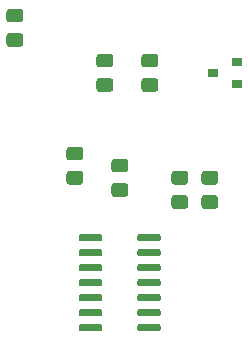
<source format=gbr>
G04 #@! TF.GenerationSoftware,KiCad,Pcbnew,5.1.5+dfsg1-2build2*
G04 #@! TF.CreationDate,2021-03-19T14:08:30-04:00*
G04 #@! TF.ProjectId,hawk,6861776b-2e6b-4696-9361-645f70636258,rev?*
G04 #@! TF.SameCoordinates,Original*
G04 #@! TF.FileFunction,Paste,Top*
G04 #@! TF.FilePolarity,Positive*
%FSLAX46Y46*%
G04 Gerber Fmt 4.6, Leading zero omitted, Abs format (unit mm)*
G04 Created by KiCad (PCBNEW 5.1.5+dfsg1-2build2) date 2021-03-19 14:08:30*
%MOMM*%
%LPD*%
G04 APERTURE LIST*
%ADD10C,0.100000*%
%ADD11R,0.900000X0.800000*%
G04 APERTURE END LIST*
D10*
G36*
X135094505Y-89351204D02*
G01*
X135118773Y-89354804D01*
X135142572Y-89360765D01*
X135165671Y-89369030D01*
X135187850Y-89379520D01*
X135208893Y-89392132D01*
X135228599Y-89406747D01*
X135246777Y-89423223D01*
X135263253Y-89441401D01*
X135277868Y-89461107D01*
X135290480Y-89482150D01*
X135300970Y-89504329D01*
X135309235Y-89527428D01*
X135315196Y-89551227D01*
X135318796Y-89575495D01*
X135320000Y-89599999D01*
X135320000Y-90250001D01*
X135318796Y-90274505D01*
X135315196Y-90298773D01*
X135309235Y-90322572D01*
X135300970Y-90345671D01*
X135290480Y-90367850D01*
X135277868Y-90388893D01*
X135263253Y-90408599D01*
X135246777Y-90426777D01*
X135228599Y-90443253D01*
X135208893Y-90457868D01*
X135187850Y-90470480D01*
X135165671Y-90480970D01*
X135142572Y-90489235D01*
X135118773Y-90495196D01*
X135094505Y-90498796D01*
X135070001Y-90500000D01*
X134169999Y-90500000D01*
X134145495Y-90498796D01*
X134121227Y-90495196D01*
X134097428Y-90489235D01*
X134074329Y-90480970D01*
X134052150Y-90470480D01*
X134031107Y-90457868D01*
X134011401Y-90443253D01*
X133993223Y-90426777D01*
X133976747Y-90408599D01*
X133962132Y-90388893D01*
X133949520Y-90367850D01*
X133939030Y-90345671D01*
X133930765Y-90322572D01*
X133924804Y-90298773D01*
X133921204Y-90274505D01*
X133920000Y-90250001D01*
X133920000Y-89599999D01*
X133921204Y-89575495D01*
X133924804Y-89551227D01*
X133930765Y-89527428D01*
X133939030Y-89504329D01*
X133949520Y-89482150D01*
X133962132Y-89461107D01*
X133976747Y-89441401D01*
X133993223Y-89423223D01*
X134011401Y-89406747D01*
X134031107Y-89392132D01*
X134052150Y-89379520D01*
X134074329Y-89369030D01*
X134097428Y-89360765D01*
X134121227Y-89354804D01*
X134145495Y-89351204D01*
X134169999Y-89350000D01*
X135070001Y-89350000D01*
X135094505Y-89351204D01*
G37*
G36*
X135094505Y-87301204D02*
G01*
X135118773Y-87304804D01*
X135142572Y-87310765D01*
X135165671Y-87319030D01*
X135187850Y-87329520D01*
X135208893Y-87342132D01*
X135228599Y-87356747D01*
X135246777Y-87373223D01*
X135263253Y-87391401D01*
X135277868Y-87411107D01*
X135290480Y-87432150D01*
X135300970Y-87454329D01*
X135309235Y-87477428D01*
X135315196Y-87501227D01*
X135318796Y-87525495D01*
X135320000Y-87549999D01*
X135320000Y-88200001D01*
X135318796Y-88224505D01*
X135315196Y-88248773D01*
X135309235Y-88272572D01*
X135300970Y-88295671D01*
X135290480Y-88317850D01*
X135277868Y-88338893D01*
X135263253Y-88358599D01*
X135246777Y-88376777D01*
X135228599Y-88393253D01*
X135208893Y-88407868D01*
X135187850Y-88420480D01*
X135165671Y-88430970D01*
X135142572Y-88439235D01*
X135118773Y-88445196D01*
X135094505Y-88448796D01*
X135070001Y-88450000D01*
X134169999Y-88450000D01*
X134145495Y-88448796D01*
X134121227Y-88445196D01*
X134097428Y-88439235D01*
X134074329Y-88430970D01*
X134052150Y-88420480D01*
X134031107Y-88407868D01*
X134011401Y-88393253D01*
X133993223Y-88376777D01*
X133976747Y-88358599D01*
X133962132Y-88338893D01*
X133949520Y-88317850D01*
X133939030Y-88295671D01*
X133930765Y-88272572D01*
X133924804Y-88248773D01*
X133921204Y-88224505D01*
X133920000Y-88200001D01*
X133920000Y-87549999D01*
X133921204Y-87525495D01*
X133924804Y-87501227D01*
X133930765Y-87477428D01*
X133939030Y-87454329D01*
X133949520Y-87432150D01*
X133962132Y-87411107D01*
X133976747Y-87391401D01*
X133993223Y-87373223D01*
X134011401Y-87356747D01*
X134031107Y-87342132D01*
X134052150Y-87329520D01*
X134074329Y-87319030D01*
X134097428Y-87310765D01*
X134121227Y-87304804D01*
X134145495Y-87301204D01*
X134169999Y-87300000D01*
X135070001Y-87300000D01*
X135094505Y-87301204D01*
G37*
G36*
X132554505Y-97216204D02*
G01*
X132578773Y-97219804D01*
X132602572Y-97225765D01*
X132625671Y-97234030D01*
X132647850Y-97244520D01*
X132668893Y-97257132D01*
X132688599Y-97271747D01*
X132706777Y-97288223D01*
X132723253Y-97306401D01*
X132737868Y-97326107D01*
X132750480Y-97347150D01*
X132760970Y-97369329D01*
X132769235Y-97392428D01*
X132775196Y-97416227D01*
X132778796Y-97440495D01*
X132780000Y-97464999D01*
X132780000Y-98115001D01*
X132778796Y-98139505D01*
X132775196Y-98163773D01*
X132769235Y-98187572D01*
X132760970Y-98210671D01*
X132750480Y-98232850D01*
X132737868Y-98253893D01*
X132723253Y-98273599D01*
X132706777Y-98291777D01*
X132688599Y-98308253D01*
X132668893Y-98322868D01*
X132647850Y-98335480D01*
X132625671Y-98345970D01*
X132602572Y-98354235D01*
X132578773Y-98360196D01*
X132554505Y-98363796D01*
X132530001Y-98365000D01*
X131629999Y-98365000D01*
X131605495Y-98363796D01*
X131581227Y-98360196D01*
X131557428Y-98354235D01*
X131534329Y-98345970D01*
X131512150Y-98335480D01*
X131491107Y-98322868D01*
X131471401Y-98308253D01*
X131453223Y-98291777D01*
X131436747Y-98273599D01*
X131422132Y-98253893D01*
X131409520Y-98232850D01*
X131399030Y-98210671D01*
X131390765Y-98187572D01*
X131384804Y-98163773D01*
X131381204Y-98139505D01*
X131380000Y-98115001D01*
X131380000Y-97464999D01*
X131381204Y-97440495D01*
X131384804Y-97416227D01*
X131390765Y-97392428D01*
X131399030Y-97369329D01*
X131409520Y-97347150D01*
X131422132Y-97326107D01*
X131436747Y-97306401D01*
X131453223Y-97288223D01*
X131471401Y-97271747D01*
X131491107Y-97257132D01*
X131512150Y-97244520D01*
X131534329Y-97234030D01*
X131557428Y-97225765D01*
X131581227Y-97219804D01*
X131605495Y-97216204D01*
X131629999Y-97215000D01*
X132530001Y-97215000D01*
X132554505Y-97216204D01*
G37*
G36*
X132554505Y-95166204D02*
G01*
X132578773Y-95169804D01*
X132602572Y-95175765D01*
X132625671Y-95184030D01*
X132647850Y-95194520D01*
X132668893Y-95207132D01*
X132688599Y-95221747D01*
X132706777Y-95238223D01*
X132723253Y-95256401D01*
X132737868Y-95276107D01*
X132750480Y-95297150D01*
X132760970Y-95319329D01*
X132769235Y-95342428D01*
X132775196Y-95366227D01*
X132778796Y-95390495D01*
X132780000Y-95414999D01*
X132780000Y-96065001D01*
X132778796Y-96089505D01*
X132775196Y-96113773D01*
X132769235Y-96137572D01*
X132760970Y-96160671D01*
X132750480Y-96182850D01*
X132737868Y-96203893D01*
X132723253Y-96223599D01*
X132706777Y-96241777D01*
X132688599Y-96258253D01*
X132668893Y-96272868D01*
X132647850Y-96285480D01*
X132625671Y-96295970D01*
X132602572Y-96304235D01*
X132578773Y-96310196D01*
X132554505Y-96313796D01*
X132530001Y-96315000D01*
X131629999Y-96315000D01*
X131605495Y-96313796D01*
X131581227Y-96310196D01*
X131557428Y-96304235D01*
X131534329Y-96295970D01*
X131512150Y-96285480D01*
X131491107Y-96272868D01*
X131471401Y-96258253D01*
X131453223Y-96241777D01*
X131436747Y-96223599D01*
X131422132Y-96203893D01*
X131409520Y-96182850D01*
X131399030Y-96160671D01*
X131390765Y-96137572D01*
X131384804Y-96113773D01*
X131381204Y-96089505D01*
X131380000Y-96065001D01*
X131380000Y-95414999D01*
X131381204Y-95390495D01*
X131384804Y-95366227D01*
X131390765Y-95342428D01*
X131399030Y-95319329D01*
X131409520Y-95297150D01*
X131422132Y-95276107D01*
X131436747Y-95256401D01*
X131453223Y-95238223D01*
X131471401Y-95221747D01*
X131491107Y-95207132D01*
X131512150Y-95194520D01*
X131534329Y-95184030D01*
X131557428Y-95175765D01*
X131581227Y-95169804D01*
X131605495Y-95166204D01*
X131629999Y-95165000D01*
X132530001Y-95165000D01*
X132554505Y-95166204D01*
G37*
G36*
X138904505Y-87301204D02*
G01*
X138928773Y-87304804D01*
X138952572Y-87310765D01*
X138975671Y-87319030D01*
X138997850Y-87329520D01*
X139018893Y-87342132D01*
X139038599Y-87356747D01*
X139056777Y-87373223D01*
X139073253Y-87391401D01*
X139087868Y-87411107D01*
X139100480Y-87432150D01*
X139110970Y-87454329D01*
X139119235Y-87477428D01*
X139125196Y-87501227D01*
X139128796Y-87525495D01*
X139130000Y-87549999D01*
X139130000Y-88200001D01*
X139128796Y-88224505D01*
X139125196Y-88248773D01*
X139119235Y-88272572D01*
X139110970Y-88295671D01*
X139100480Y-88317850D01*
X139087868Y-88338893D01*
X139073253Y-88358599D01*
X139056777Y-88376777D01*
X139038599Y-88393253D01*
X139018893Y-88407868D01*
X138997850Y-88420480D01*
X138975671Y-88430970D01*
X138952572Y-88439235D01*
X138928773Y-88445196D01*
X138904505Y-88448796D01*
X138880001Y-88450000D01*
X137979999Y-88450000D01*
X137955495Y-88448796D01*
X137931227Y-88445196D01*
X137907428Y-88439235D01*
X137884329Y-88430970D01*
X137862150Y-88420480D01*
X137841107Y-88407868D01*
X137821401Y-88393253D01*
X137803223Y-88376777D01*
X137786747Y-88358599D01*
X137772132Y-88338893D01*
X137759520Y-88317850D01*
X137749030Y-88295671D01*
X137740765Y-88272572D01*
X137734804Y-88248773D01*
X137731204Y-88224505D01*
X137730000Y-88200001D01*
X137730000Y-87549999D01*
X137731204Y-87525495D01*
X137734804Y-87501227D01*
X137740765Y-87477428D01*
X137749030Y-87454329D01*
X137759520Y-87432150D01*
X137772132Y-87411107D01*
X137786747Y-87391401D01*
X137803223Y-87373223D01*
X137821401Y-87356747D01*
X137841107Y-87342132D01*
X137862150Y-87329520D01*
X137884329Y-87319030D01*
X137907428Y-87310765D01*
X137931227Y-87304804D01*
X137955495Y-87301204D01*
X137979999Y-87300000D01*
X138880001Y-87300000D01*
X138904505Y-87301204D01*
G37*
G36*
X138904505Y-89351204D02*
G01*
X138928773Y-89354804D01*
X138952572Y-89360765D01*
X138975671Y-89369030D01*
X138997850Y-89379520D01*
X139018893Y-89392132D01*
X139038599Y-89406747D01*
X139056777Y-89423223D01*
X139073253Y-89441401D01*
X139087868Y-89461107D01*
X139100480Y-89482150D01*
X139110970Y-89504329D01*
X139119235Y-89527428D01*
X139125196Y-89551227D01*
X139128796Y-89575495D01*
X139130000Y-89599999D01*
X139130000Y-90250001D01*
X139128796Y-90274505D01*
X139125196Y-90298773D01*
X139119235Y-90322572D01*
X139110970Y-90345671D01*
X139100480Y-90367850D01*
X139087868Y-90388893D01*
X139073253Y-90408599D01*
X139056777Y-90426777D01*
X139038599Y-90443253D01*
X139018893Y-90457868D01*
X138997850Y-90470480D01*
X138975671Y-90480970D01*
X138952572Y-90489235D01*
X138928773Y-90495196D01*
X138904505Y-90498796D01*
X138880001Y-90500000D01*
X137979999Y-90500000D01*
X137955495Y-90498796D01*
X137931227Y-90495196D01*
X137907428Y-90489235D01*
X137884329Y-90480970D01*
X137862150Y-90470480D01*
X137841107Y-90457868D01*
X137821401Y-90443253D01*
X137803223Y-90426777D01*
X137786747Y-90408599D01*
X137772132Y-90388893D01*
X137759520Y-90367850D01*
X137749030Y-90345671D01*
X137740765Y-90322572D01*
X137734804Y-90298773D01*
X137731204Y-90274505D01*
X137730000Y-90250001D01*
X137730000Y-89599999D01*
X137731204Y-89575495D01*
X137734804Y-89551227D01*
X137740765Y-89527428D01*
X137749030Y-89504329D01*
X137759520Y-89482150D01*
X137772132Y-89461107D01*
X137786747Y-89441401D01*
X137803223Y-89423223D01*
X137821401Y-89406747D01*
X137841107Y-89392132D01*
X137862150Y-89379520D01*
X137884329Y-89369030D01*
X137907428Y-89360765D01*
X137931227Y-89354804D01*
X137955495Y-89351204D01*
X137979999Y-89350000D01*
X138880001Y-89350000D01*
X138904505Y-89351204D01*
G37*
G36*
X141444505Y-97216204D02*
G01*
X141468773Y-97219804D01*
X141492572Y-97225765D01*
X141515671Y-97234030D01*
X141537850Y-97244520D01*
X141558893Y-97257132D01*
X141578599Y-97271747D01*
X141596777Y-97288223D01*
X141613253Y-97306401D01*
X141627868Y-97326107D01*
X141640480Y-97347150D01*
X141650970Y-97369329D01*
X141659235Y-97392428D01*
X141665196Y-97416227D01*
X141668796Y-97440495D01*
X141670000Y-97464999D01*
X141670000Y-98115001D01*
X141668796Y-98139505D01*
X141665196Y-98163773D01*
X141659235Y-98187572D01*
X141650970Y-98210671D01*
X141640480Y-98232850D01*
X141627868Y-98253893D01*
X141613253Y-98273599D01*
X141596777Y-98291777D01*
X141578599Y-98308253D01*
X141558893Y-98322868D01*
X141537850Y-98335480D01*
X141515671Y-98345970D01*
X141492572Y-98354235D01*
X141468773Y-98360196D01*
X141444505Y-98363796D01*
X141420001Y-98365000D01*
X140519999Y-98365000D01*
X140495495Y-98363796D01*
X140471227Y-98360196D01*
X140447428Y-98354235D01*
X140424329Y-98345970D01*
X140402150Y-98335480D01*
X140381107Y-98322868D01*
X140361401Y-98308253D01*
X140343223Y-98291777D01*
X140326747Y-98273599D01*
X140312132Y-98253893D01*
X140299520Y-98232850D01*
X140289030Y-98210671D01*
X140280765Y-98187572D01*
X140274804Y-98163773D01*
X140271204Y-98139505D01*
X140270000Y-98115001D01*
X140270000Y-97464999D01*
X140271204Y-97440495D01*
X140274804Y-97416227D01*
X140280765Y-97392428D01*
X140289030Y-97369329D01*
X140299520Y-97347150D01*
X140312132Y-97326107D01*
X140326747Y-97306401D01*
X140343223Y-97288223D01*
X140361401Y-97271747D01*
X140381107Y-97257132D01*
X140402150Y-97244520D01*
X140424329Y-97234030D01*
X140447428Y-97225765D01*
X140471227Y-97219804D01*
X140495495Y-97216204D01*
X140519999Y-97215000D01*
X141420001Y-97215000D01*
X141444505Y-97216204D01*
G37*
G36*
X141444505Y-99266204D02*
G01*
X141468773Y-99269804D01*
X141492572Y-99275765D01*
X141515671Y-99284030D01*
X141537850Y-99294520D01*
X141558893Y-99307132D01*
X141578599Y-99321747D01*
X141596777Y-99338223D01*
X141613253Y-99356401D01*
X141627868Y-99376107D01*
X141640480Y-99397150D01*
X141650970Y-99419329D01*
X141659235Y-99442428D01*
X141665196Y-99466227D01*
X141668796Y-99490495D01*
X141670000Y-99514999D01*
X141670000Y-100165001D01*
X141668796Y-100189505D01*
X141665196Y-100213773D01*
X141659235Y-100237572D01*
X141650970Y-100260671D01*
X141640480Y-100282850D01*
X141627868Y-100303893D01*
X141613253Y-100323599D01*
X141596777Y-100341777D01*
X141578599Y-100358253D01*
X141558893Y-100372868D01*
X141537850Y-100385480D01*
X141515671Y-100395970D01*
X141492572Y-100404235D01*
X141468773Y-100410196D01*
X141444505Y-100413796D01*
X141420001Y-100415000D01*
X140519999Y-100415000D01*
X140495495Y-100413796D01*
X140471227Y-100410196D01*
X140447428Y-100404235D01*
X140424329Y-100395970D01*
X140402150Y-100385480D01*
X140381107Y-100372868D01*
X140361401Y-100358253D01*
X140343223Y-100341777D01*
X140326747Y-100323599D01*
X140312132Y-100303893D01*
X140299520Y-100282850D01*
X140289030Y-100260671D01*
X140280765Y-100237572D01*
X140274804Y-100213773D01*
X140271204Y-100189505D01*
X140270000Y-100165001D01*
X140270000Y-99514999D01*
X140271204Y-99490495D01*
X140274804Y-99466227D01*
X140280765Y-99442428D01*
X140289030Y-99419329D01*
X140299520Y-99397150D01*
X140312132Y-99376107D01*
X140326747Y-99356401D01*
X140343223Y-99338223D01*
X140361401Y-99321747D01*
X140381107Y-99307132D01*
X140402150Y-99294520D01*
X140424329Y-99284030D01*
X140447428Y-99275765D01*
X140471227Y-99269804D01*
X140495495Y-99266204D01*
X140519999Y-99265000D01*
X141420001Y-99265000D01*
X141444505Y-99266204D01*
G37*
G36*
X127474505Y-85541204D02*
G01*
X127498773Y-85544804D01*
X127522572Y-85550765D01*
X127545671Y-85559030D01*
X127567850Y-85569520D01*
X127588893Y-85582132D01*
X127608599Y-85596747D01*
X127626777Y-85613223D01*
X127643253Y-85631401D01*
X127657868Y-85651107D01*
X127670480Y-85672150D01*
X127680970Y-85694329D01*
X127689235Y-85717428D01*
X127695196Y-85741227D01*
X127698796Y-85765495D01*
X127700000Y-85789999D01*
X127700000Y-86440001D01*
X127698796Y-86464505D01*
X127695196Y-86488773D01*
X127689235Y-86512572D01*
X127680970Y-86535671D01*
X127670480Y-86557850D01*
X127657868Y-86578893D01*
X127643253Y-86598599D01*
X127626777Y-86616777D01*
X127608599Y-86633253D01*
X127588893Y-86647868D01*
X127567850Y-86660480D01*
X127545671Y-86670970D01*
X127522572Y-86679235D01*
X127498773Y-86685196D01*
X127474505Y-86688796D01*
X127450001Y-86690000D01*
X126549999Y-86690000D01*
X126525495Y-86688796D01*
X126501227Y-86685196D01*
X126477428Y-86679235D01*
X126454329Y-86670970D01*
X126432150Y-86660480D01*
X126411107Y-86647868D01*
X126391401Y-86633253D01*
X126373223Y-86616777D01*
X126356747Y-86598599D01*
X126342132Y-86578893D01*
X126329520Y-86557850D01*
X126319030Y-86535671D01*
X126310765Y-86512572D01*
X126304804Y-86488773D01*
X126301204Y-86464505D01*
X126300000Y-86440001D01*
X126300000Y-85789999D01*
X126301204Y-85765495D01*
X126304804Y-85741227D01*
X126310765Y-85717428D01*
X126319030Y-85694329D01*
X126329520Y-85672150D01*
X126342132Y-85651107D01*
X126356747Y-85631401D01*
X126373223Y-85613223D01*
X126391401Y-85596747D01*
X126411107Y-85582132D01*
X126432150Y-85569520D01*
X126454329Y-85559030D01*
X126477428Y-85550765D01*
X126501227Y-85544804D01*
X126525495Y-85541204D01*
X126549999Y-85540000D01*
X127450001Y-85540000D01*
X127474505Y-85541204D01*
G37*
G36*
X127474505Y-83491204D02*
G01*
X127498773Y-83494804D01*
X127522572Y-83500765D01*
X127545671Y-83509030D01*
X127567850Y-83519520D01*
X127588893Y-83532132D01*
X127608599Y-83546747D01*
X127626777Y-83563223D01*
X127643253Y-83581401D01*
X127657868Y-83601107D01*
X127670480Y-83622150D01*
X127680970Y-83644329D01*
X127689235Y-83667428D01*
X127695196Y-83691227D01*
X127698796Y-83715495D01*
X127700000Y-83739999D01*
X127700000Y-84390001D01*
X127698796Y-84414505D01*
X127695196Y-84438773D01*
X127689235Y-84462572D01*
X127680970Y-84485671D01*
X127670480Y-84507850D01*
X127657868Y-84528893D01*
X127643253Y-84548599D01*
X127626777Y-84566777D01*
X127608599Y-84583253D01*
X127588893Y-84597868D01*
X127567850Y-84610480D01*
X127545671Y-84620970D01*
X127522572Y-84629235D01*
X127498773Y-84635196D01*
X127474505Y-84638796D01*
X127450001Y-84640000D01*
X126549999Y-84640000D01*
X126525495Y-84638796D01*
X126501227Y-84635196D01*
X126477428Y-84629235D01*
X126454329Y-84620970D01*
X126432150Y-84610480D01*
X126411107Y-84597868D01*
X126391401Y-84583253D01*
X126373223Y-84566777D01*
X126356747Y-84548599D01*
X126342132Y-84528893D01*
X126329520Y-84507850D01*
X126319030Y-84485671D01*
X126310765Y-84462572D01*
X126304804Y-84438773D01*
X126301204Y-84414505D01*
X126300000Y-84390001D01*
X126300000Y-83739999D01*
X126301204Y-83715495D01*
X126304804Y-83691227D01*
X126310765Y-83667428D01*
X126319030Y-83644329D01*
X126329520Y-83622150D01*
X126342132Y-83601107D01*
X126356747Y-83581401D01*
X126373223Y-83563223D01*
X126391401Y-83546747D01*
X126411107Y-83532132D01*
X126432150Y-83519520D01*
X126454329Y-83509030D01*
X126477428Y-83500765D01*
X126501227Y-83494804D01*
X126525495Y-83491204D01*
X126549999Y-83490000D01*
X127450001Y-83490000D01*
X127474505Y-83491204D01*
G37*
G36*
X143984505Y-97216204D02*
G01*
X144008773Y-97219804D01*
X144032572Y-97225765D01*
X144055671Y-97234030D01*
X144077850Y-97244520D01*
X144098893Y-97257132D01*
X144118599Y-97271747D01*
X144136777Y-97288223D01*
X144153253Y-97306401D01*
X144167868Y-97326107D01*
X144180480Y-97347150D01*
X144190970Y-97369329D01*
X144199235Y-97392428D01*
X144205196Y-97416227D01*
X144208796Y-97440495D01*
X144210000Y-97464999D01*
X144210000Y-98115001D01*
X144208796Y-98139505D01*
X144205196Y-98163773D01*
X144199235Y-98187572D01*
X144190970Y-98210671D01*
X144180480Y-98232850D01*
X144167868Y-98253893D01*
X144153253Y-98273599D01*
X144136777Y-98291777D01*
X144118599Y-98308253D01*
X144098893Y-98322868D01*
X144077850Y-98335480D01*
X144055671Y-98345970D01*
X144032572Y-98354235D01*
X144008773Y-98360196D01*
X143984505Y-98363796D01*
X143960001Y-98365000D01*
X143059999Y-98365000D01*
X143035495Y-98363796D01*
X143011227Y-98360196D01*
X142987428Y-98354235D01*
X142964329Y-98345970D01*
X142942150Y-98335480D01*
X142921107Y-98322868D01*
X142901401Y-98308253D01*
X142883223Y-98291777D01*
X142866747Y-98273599D01*
X142852132Y-98253893D01*
X142839520Y-98232850D01*
X142829030Y-98210671D01*
X142820765Y-98187572D01*
X142814804Y-98163773D01*
X142811204Y-98139505D01*
X142810000Y-98115001D01*
X142810000Y-97464999D01*
X142811204Y-97440495D01*
X142814804Y-97416227D01*
X142820765Y-97392428D01*
X142829030Y-97369329D01*
X142839520Y-97347150D01*
X142852132Y-97326107D01*
X142866747Y-97306401D01*
X142883223Y-97288223D01*
X142901401Y-97271747D01*
X142921107Y-97257132D01*
X142942150Y-97244520D01*
X142964329Y-97234030D01*
X142987428Y-97225765D01*
X143011227Y-97219804D01*
X143035495Y-97216204D01*
X143059999Y-97215000D01*
X143960001Y-97215000D01*
X143984505Y-97216204D01*
G37*
G36*
X143984505Y-99266204D02*
G01*
X144008773Y-99269804D01*
X144032572Y-99275765D01*
X144055671Y-99284030D01*
X144077850Y-99294520D01*
X144098893Y-99307132D01*
X144118599Y-99321747D01*
X144136777Y-99338223D01*
X144153253Y-99356401D01*
X144167868Y-99376107D01*
X144180480Y-99397150D01*
X144190970Y-99419329D01*
X144199235Y-99442428D01*
X144205196Y-99466227D01*
X144208796Y-99490495D01*
X144210000Y-99514999D01*
X144210000Y-100165001D01*
X144208796Y-100189505D01*
X144205196Y-100213773D01*
X144199235Y-100237572D01*
X144190970Y-100260671D01*
X144180480Y-100282850D01*
X144167868Y-100303893D01*
X144153253Y-100323599D01*
X144136777Y-100341777D01*
X144118599Y-100358253D01*
X144098893Y-100372868D01*
X144077850Y-100385480D01*
X144055671Y-100395970D01*
X144032572Y-100404235D01*
X144008773Y-100410196D01*
X143984505Y-100413796D01*
X143960001Y-100415000D01*
X143059999Y-100415000D01*
X143035495Y-100413796D01*
X143011227Y-100410196D01*
X142987428Y-100404235D01*
X142964329Y-100395970D01*
X142942150Y-100385480D01*
X142921107Y-100372868D01*
X142901401Y-100358253D01*
X142883223Y-100341777D01*
X142866747Y-100323599D01*
X142852132Y-100303893D01*
X142839520Y-100282850D01*
X142829030Y-100260671D01*
X142820765Y-100237572D01*
X142814804Y-100213773D01*
X142811204Y-100189505D01*
X142810000Y-100165001D01*
X142810000Y-99514999D01*
X142811204Y-99490495D01*
X142814804Y-99466227D01*
X142820765Y-99442428D01*
X142829030Y-99419329D01*
X142839520Y-99397150D01*
X142852132Y-99376107D01*
X142866747Y-99356401D01*
X142883223Y-99338223D01*
X142901401Y-99321747D01*
X142921107Y-99307132D01*
X142942150Y-99294520D01*
X142964329Y-99284030D01*
X142987428Y-99275765D01*
X143011227Y-99269804D01*
X143035495Y-99266204D01*
X143059999Y-99265000D01*
X143960001Y-99265000D01*
X143984505Y-99266204D01*
G37*
G36*
X136364505Y-96191204D02*
G01*
X136388773Y-96194804D01*
X136412572Y-96200765D01*
X136435671Y-96209030D01*
X136457850Y-96219520D01*
X136478893Y-96232132D01*
X136498599Y-96246747D01*
X136516777Y-96263223D01*
X136533253Y-96281401D01*
X136547868Y-96301107D01*
X136560480Y-96322150D01*
X136570970Y-96344329D01*
X136579235Y-96367428D01*
X136585196Y-96391227D01*
X136588796Y-96415495D01*
X136590000Y-96439999D01*
X136590000Y-97090001D01*
X136588796Y-97114505D01*
X136585196Y-97138773D01*
X136579235Y-97162572D01*
X136570970Y-97185671D01*
X136560480Y-97207850D01*
X136547868Y-97228893D01*
X136533253Y-97248599D01*
X136516777Y-97266777D01*
X136498599Y-97283253D01*
X136478893Y-97297868D01*
X136457850Y-97310480D01*
X136435671Y-97320970D01*
X136412572Y-97329235D01*
X136388773Y-97335196D01*
X136364505Y-97338796D01*
X136340001Y-97340000D01*
X135439999Y-97340000D01*
X135415495Y-97338796D01*
X135391227Y-97335196D01*
X135367428Y-97329235D01*
X135344329Y-97320970D01*
X135322150Y-97310480D01*
X135301107Y-97297868D01*
X135281401Y-97283253D01*
X135263223Y-97266777D01*
X135246747Y-97248599D01*
X135232132Y-97228893D01*
X135219520Y-97207850D01*
X135209030Y-97185671D01*
X135200765Y-97162572D01*
X135194804Y-97138773D01*
X135191204Y-97114505D01*
X135190000Y-97090001D01*
X135190000Y-96439999D01*
X135191204Y-96415495D01*
X135194804Y-96391227D01*
X135200765Y-96367428D01*
X135209030Y-96344329D01*
X135219520Y-96322150D01*
X135232132Y-96301107D01*
X135246747Y-96281401D01*
X135263223Y-96263223D01*
X135281401Y-96246747D01*
X135301107Y-96232132D01*
X135322150Y-96219520D01*
X135344329Y-96209030D01*
X135367428Y-96200765D01*
X135391227Y-96194804D01*
X135415495Y-96191204D01*
X135439999Y-96190000D01*
X136340001Y-96190000D01*
X136364505Y-96191204D01*
G37*
G36*
X136364505Y-98241204D02*
G01*
X136388773Y-98244804D01*
X136412572Y-98250765D01*
X136435671Y-98259030D01*
X136457850Y-98269520D01*
X136478893Y-98282132D01*
X136498599Y-98296747D01*
X136516777Y-98313223D01*
X136533253Y-98331401D01*
X136547868Y-98351107D01*
X136560480Y-98372150D01*
X136570970Y-98394329D01*
X136579235Y-98417428D01*
X136585196Y-98441227D01*
X136588796Y-98465495D01*
X136590000Y-98489999D01*
X136590000Y-99140001D01*
X136588796Y-99164505D01*
X136585196Y-99188773D01*
X136579235Y-99212572D01*
X136570970Y-99235671D01*
X136560480Y-99257850D01*
X136547868Y-99278893D01*
X136533253Y-99298599D01*
X136516777Y-99316777D01*
X136498599Y-99333253D01*
X136478893Y-99347868D01*
X136457850Y-99360480D01*
X136435671Y-99370970D01*
X136412572Y-99379235D01*
X136388773Y-99385196D01*
X136364505Y-99388796D01*
X136340001Y-99390000D01*
X135439999Y-99390000D01*
X135415495Y-99388796D01*
X135391227Y-99385196D01*
X135367428Y-99379235D01*
X135344329Y-99370970D01*
X135322150Y-99360480D01*
X135301107Y-99347868D01*
X135281401Y-99333253D01*
X135263223Y-99316777D01*
X135246747Y-99298599D01*
X135232132Y-99278893D01*
X135219520Y-99257850D01*
X135209030Y-99235671D01*
X135200765Y-99212572D01*
X135194804Y-99188773D01*
X135191204Y-99164505D01*
X135190000Y-99140001D01*
X135190000Y-98489999D01*
X135191204Y-98465495D01*
X135194804Y-98441227D01*
X135200765Y-98417428D01*
X135209030Y-98394329D01*
X135219520Y-98372150D01*
X135232132Y-98351107D01*
X135246747Y-98331401D01*
X135263223Y-98313223D01*
X135281401Y-98296747D01*
X135301107Y-98282132D01*
X135322150Y-98269520D01*
X135344329Y-98259030D01*
X135367428Y-98250765D01*
X135391227Y-98244804D01*
X135415495Y-98241204D01*
X135439999Y-98240000D01*
X136340001Y-98240000D01*
X136364505Y-98241204D01*
G37*
G36*
X134254703Y-102570722D02*
G01*
X134269264Y-102572882D01*
X134283543Y-102576459D01*
X134297403Y-102581418D01*
X134310710Y-102587712D01*
X134323336Y-102595280D01*
X134335159Y-102604048D01*
X134346066Y-102613934D01*
X134355952Y-102624841D01*
X134364720Y-102636664D01*
X134372288Y-102649290D01*
X134378582Y-102662597D01*
X134383541Y-102676457D01*
X134387118Y-102690736D01*
X134389278Y-102705297D01*
X134390000Y-102720000D01*
X134390000Y-103020000D01*
X134389278Y-103034703D01*
X134387118Y-103049264D01*
X134383541Y-103063543D01*
X134378582Y-103077403D01*
X134372288Y-103090710D01*
X134364720Y-103103336D01*
X134355952Y-103115159D01*
X134346066Y-103126066D01*
X134335159Y-103135952D01*
X134323336Y-103144720D01*
X134310710Y-103152288D01*
X134297403Y-103158582D01*
X134283543Y-103163541D01*
X134269264Y-103167118D01*
X134254703Y-103169278D01*
X134240000Y-103170000D01*
X132590000Y-103170000D01*
X132575297Y-103169278D01*
X132560736Y-103167118D01*
X132546457Y-103163541D01*
X132532597Y-103158582D01*
X132519290Y-103152288D01*
X132506664Y-103144720D01*
X132494841Y-103135952D01*
X132483934Y-103126066D01*
X132474048Y-103115159D01*
X132465280Y-103103336D01*
X132457712Y-103090710D01*
X132451418Y-103077403D01*
X132446459Y-103063543D01*
X132442882Y-103049264D01*
X132440722Y-103034703D01*
X132440000Y-103020000D01*
X132440000Y-102720000D01*
X132440722Y-102705297D01*
X132442882Y-102690736D01*
X132446459Y-102676457D01*
X132451418Y-102662597D01*
X132457712Y-102649290D01*
X132465280Y-102636664D01*
X132474048Y-102624841D01*
X132483934Y-102613934D01*
X132494841Y-102604048D01*
X132506664Y-102595280D01*
X132519290Y-102587712D01*
X132532597Y-102581418D01*
X132546457Y-102576459D01*
X132560736Y-102572882D01*
X132575297Y-102570722D01*
X132590000Y-102570000D01*
X134240000Y-102570000D01*
X134254703Y-102570722D01*
G37*
G36*
X134254703Y-103840722D02*
G01*
X134269264Y-103842882D01*
X134283543Y-103846459D01*
X134297403Y-103851418D01*
X134310710Y-103857712D01*
X134323336Y-103865280D01*
X134335159Y-103874048D01*
X134346066Y-103883934D01*
X134355952Y-103894841D01*
X134364720Y-103906664D01*
X134372288Y-103919290D01*
X134378582Y-103932597D01*
X134383541Y-103946457D01*
X134387118Y-103960736D01*
X134389278Y-103975297D01*
X134390000Y-103990000D01*
X134390000Y-104290000D01*
X134389278Y-104304703D01*
X134387118Y-104319264D01*
X134383541Y-104333543D01*
X134378582Y-104347403D01*
X134372288Y-104360710D01*
X134364720Y-104373336D01*
X134355952Y-104385159D01*
X134346066Y-104396066D01*
X134335159Y-104405952D01*
X134323336Y-104414720D01*
X134310710Y-104422288D01*
X134297403Y-104428582D01*
X134283543Y-104433541D01*
X134269264Y-104437118D01*
X134254703Y-104439278D01*
X134240000Y-104440000D01*
X132590000Y-104440000D01*
X132575297Y-104439278D01*
X132560736Y-104437118D01*
X132546457Y-104433541D01*
X132532597Y-104428582D01*
X132519290Y-104422288D01*
X132506664Y-104414720D01*
X132494841Y-104405952D01*
X132483934Y-104396066D01*
X132474048Y-104385159D01*
X132465280Y-104373336D01*
X132457712Y-104360710D01*
X132451418Y-104347403D01*
X132446459Y-104333543D01*
X132442882Y-104319264D01*
X132440722Y-104304703D01*
X132440000Y-104290000D01*
X132440000Y-103990000D01*
X132440722Y-103975297D01*
X132442882Y-103960736D01*
X132446459Y-103946457D01*
X132451418Y-103932597D01*
X132457712Y-103919290D01*
X132465280Y-103906664D01*
X132474048Y-103894841D01*
X132483934Y-103883934D01*
X132494841Y-103874048D01*
X132506664Y-103865280D01*
X132519290Y-103857712D01*
X132532597Y-103851418D01*
X132546457Y-103846459D01*
X132560736Y-103842882D01*
X132575297Y-103840722D01*
X132590000Y-103840000D01*
X134240000Y-103840000D01*
X134254703Y-103840722D01*
G37*
G36*
X134254703Y-105110722D02*
G01*
X134269264Y-105112882D01*
X134283543Y-105116459D01*
X134297403Y-105121418D01*
X134310710Y-105127712D01*
X134323336Y-105135280D01*
X134335159Y-105144048D01*
X134346066Y-105153934D01*
X134355952Y-105164841D01*
X134364720Y-105176664D01*
X134372288Y-105189290D01*
X134378582Y-105202597D01*
X134383541Y-105216457D01*
X134387118Y-105230736D01*
X134389278Y-105245297D01*
X134390000Y-105260000D01*
X134390000Y-105560000D01*
X134389278Y-105574703D01*
X134387118Y-105589264D01*
X134383541Y-105603543D01*
X134378582Y-105617403D01*
X134372288Y-105630710D01*
X134364720Y-105643336D01*
X134355952Y-105655159D01*
X134346066Y-105666066D01*
X134335159Y-105675952D01*
X134323336Y-105684720D01*
X134310710Y-105692288D01*
X134297403Y-105698582D01*
X134283543Y-105703541D01*
X134269264Y-105707118D01*
X134254703Y-105709278D01*
X134240000Y-105710000D01*
X132590000Y-105710000D01*
X132575297Y-105709278D01*
X132560736Y-105707118D01*
X132546457Y-105703541D01*
X132532597Y-105698582D01*
X132519290Y-105692288D01*
X132506664Y-105684720D01*
X132494841Y-105675952D01*
X132483934Y-105666066D01*
X132474048Y-105655159D01*
X132465280Y-105643336D01*
X132457712Y-105630710D01*
X132451418Y-105617403D01*
X132446459Y-105603543D01*
X132442882Y-105589264D01*
X132440722Y-105574703D01*
X132440000Y-105560000D01*
X132440000Y-105260000D01*
X132440722Y-105245297D01*
X132442882Y-105230736D01*
X132446459Y-105216457D01*
X132451418Y-105202597D01*
X132457712Y-105189290D01*
X132465280Y-105176664D01*
X132474048Y-105164841D01*
X132483934Y-105153934D01*
X132494841Y-105144048D01*
X132506664Y-105135280D01*
X132519290Y-105127712D01*
X132532597Y-105121418D01*
X132546457Y-105116459D01*
X132560736Y-105112882D01*
X132575297Y-105110722D01*
X132590000Y-105110000D01*
X134240000Y-105110000D01*
X134254703Y-105110722D01*
G37*
G36*
X134254703Y-106380722D02*
G01*
X134269264Y-106382882D01*
X134283543Y-106386459D01*
X134297403Y-106391418D01*
X134310710Y-106397712D01*
X134323336Y-106405280D01*
X134335159Y-106414048D01*
X134346066Y-106423934D01*
X134355952Y-106434841D01*
X134364720Y-106446664D01*
X134372288Y-106459290D01*
X134378582Y-106472597D01*
X134383541Y-106486457D01*
X134387118Y-106500736D01*
X134389278Y-106515297D01*
X134390000Y-106530000D01*
X134390000Y-106830000D01*
X134389278Y-106844703D01*
X134387118Y-106859264D01*
X134383541Y-106873543D01*
X134378582Y-106887403D01*
X134372288Y-106900710D01*
X134364720Y-106913336D01*
X134355952Y-106925159D01*
X134346066Y-106936066D01*
X134335159Y-106945952D01*
X134323336Y-106954720D01*
X134310710Y-106962288D01*
X134297403Y-106968582D01*
X134283543Y-106973541D01*
X134269264Y-106977118D01*
X134254703Y-106979278D01*
X134240000Y-106980000D01*
X132590000Y-106980000D01*
X132575297Y-106979278D01*
X132560736Y-106977118D01*
X132546457Y-106973541D01*
X132532597Y-106968582D01*
X132519290Y-106962288D01*
X132506664Y-106954720D01*
X132494841Y-106945952D01*
X132483934Y-106936066D01*
X132474048Y-106925159D01*
X132465280Y-106913336D01*
X132457712Y-106900710D01*
X132451418Y-106887403D01*
X132446459Y-106873543D01*
X132442882Y-106859264D01*
X132440722Y-106844703D01*
X132440000Y-106830000D01*
X132440000Y-106530000D01*
X132440722Y-106515297D01*
X132442882Y-106500736D01*
X132446459Y-106486457D01*
X132451418Y-106472597D01*
X132457712Y-106459290D01*
X132465280Y-106446664D01*
X132474048Y-106434841D01*
X132483934Y-106423934D01*
X132494841Y-106414048D01*
X132506664Y-106405280D01*
X132519290Y-106397712D01*
X132532597Y-106391418D01*
X132546457Y-106386459D01*
X132560736Y-106382882D01*
X132575297Y-106380722D01*
X132590000Y-106380000D01*
X134240000Y-106380000D01*
X134254703Y-106380722D01*
G37*
G36*
X134254703Y-107650722D02*
G01*
X134269264Y-107652882D01*
X134283543Y-107656459D01*
X134297403Y-107661418D01*
X134310710Y-107667712D01*
X134323336Y-107675280D01*
X134335159Y-107684048D01*
X134346066Y-107693934D01*
X134355952Y-107704841D01*
X134364720Y-107716664D01*
X134372288Y-107729290D01*
X134378582Y-107742597D01*
X134383541Y-107756457D01*
X134387118Y-107770736D01*
X134389278Y-107785297D01*
X134390000Y-107800000D01*
X134390000Y-108100000D01*
X134389278Y-108114703D01*
X134387118Y-108129264D01*
X134383541Y-108143543D01*
X134378582Y-108157403D01*
X134372288Y-108170710D01*
X134364720Y-108183336D01*
X134355952Y-108195159D01*
X134346066Y-108206066D01*
X134335159Y-108215952D01*
X134323336Y-108224720D01*
X134310710Y-108232288D01*
X134297403Y-108238582D01*
X134283543Y-108243541D01*
X134269264Y-108247118D01*
X134254703Y-108249278D01*
X134240000Y-108250000D01*
X132590000Y-108250000D01*
X132575297Y-108249278D01*
X132560736Y-108247118D01*
X132546457Y-108243541D01*
X132532597Y-108238582D01*
X132519290Y-108232288D01*
X132506664Y-108224720D01*
X132494841Y-108215952D01*
X132483934Y-108206066D01*
X132474048Y-108195159D01*
X132465280Y-108183336D01*
X132457712Y-108170710D01*
X132451418Y-108157403D01*
X132446459Y-108143543D01*
X132442882Y-108129264D01*
X132440722Y-108114703D01*
X132440000Y-108100000D01*
X132440000Y-107800000D01*
X132440722Y-107785297D01*
X132442882Y-107770736D01*
X132446459Y-107756457D01*
X132451418Y-107742597D01*
X132457712Y-107729290D01*
X132465280Y-107716664D01*
X132474048Y-107704841D01*
X132483934Y-107693934D01*
X132494841Y-107684048D01*
X132506664Y-107675280D01*
X132519290Y-107667712D01*
X132532597Y-107661418D01*
X132546457Y-107656459D01*
X132560736Y-107652882D01*
X132575297Y-107650722D01*
X132590000Y-107650000D01*
X134240000Y-107650000D01*
X134254703Y-107650722D01*
G37*
G36*
X134254703Y-108920722D02*
G01*
X134269264Y-108922882D01*
X134283543Y-108926459D01*
X134297403Y-108931418D01*
X134310710Y-108937712D01*
X134323336Y-108945280D01*
X134335159Y-108954048D01*
X134346066Y-108963934D01*
X134355952Y-108974841D01*
X134364720Y-108986664D01*
X134372288Y-108999290D01*
X134378582Y-109012597D01*
X134383541Y-109026457D01*
X134387118Y-109040736D01*
X134389278Y-109055297D01*
X134390000Y-109070000D01*
X134390000Y-109370000D01*
X134389278Y-109384703D01*
X134387118Y-109399264D01*
X134383541Y-109413543D01*
X134378582Y-109427403D01*
X134372288Y-109440710D01*
X134364720Y-109453336D01*
X134355952Y-109465159D01*
X134346066Y-109476066D01*
X134335159Y-109485952D01*
X134323336Y-109494720D01*
X134310710Y-109502288D01*
X134297403Y-109508582D01*
X134283543Y-109513541D01*
X134269264Y-109517118D01*
X134254703Y-109519278D01*
X134240000Y-109520000D01*
X132590000Y-109520000D01*
X132575297Y-109519278D01*
X132560736Y-109517118D01*
X132546457Y-109513541D01*
X132532597Y-109508582D01*
X132519290Y-109502288D01*
X132506664Y-109494720D01*
X132494841Y-109485952D01*
X132483934Y-109476066D01*
X132474048Y-109465159D01*
X132465280Y-109453336D01*
X132457712Y-109440710D01*
X132451418Y-109427403D01*
X132446459Y-109413543D01*
X132442882Y-109399264D01*
X132440722Y-109384703D01*
X132440000Y-109370000D01*
X132440000Y-109070000D01*
X132440722Y-109055297D01*
X132442882Y-109040736D01*
X132446459Y-109026457D01*
X132451418Y-109012597D01*
X132457712Y-108999290D01*
X132465280Y-108986664D01*
X132474048Y-108974841D01*
X132483934Y-108963934D01*
X132494841Y-108954048D01*
X132506664Y-108945280D01*
X132519290Y-108937712D01*
X132532597Y-108931418D01*
X132546457Y-108926459D01*
X132560736Y-108922882D01*
X132575297Y-108920722D01*
X132590000Y-108920000D01*
X134240000Y-108920000D01*
X134254703Y-108920722D01*
G37*
G36*
X134254703Y-110190722D02*
G01*
X134269264Y-110192882D01*
X134283543Y-110196459D01*
X134297403Y-110201418D01*
X134310710Y-110207712D01*
X134323336Y-110215280D01*
X134335159Y-110224048D01*
X134346066Y-110233934D01*
X134355952Y-110244841D01*
X134364720Y-110256664D01*
X134372288Y-110269290D01*
X134378582Y-110282597D01*
X134383541Y-110296457D01*
X134387118Y-110310736D01*
X134389278Y-110325297D01*
X134390000Y-110340000D01*
X134390000Y-110640000D01*
X134389278Y-110654703D01*
X134387118Y-110669264D01*
X134383541Y-110683543D01*
X134378582Y-110697403D01*
X134372288Y-110710710D01*
X134364720Y-110723336D01*
X134355952Y-110735159D01*
X134346066Y-110746066D01*
X134335159Y-110755952D01*
X134323336Y-110764720D01*
X134310710Y-110772288D01*
X134297403Y-110778582D01*
X134283543Y-110783541D01*
X134269264Y-110787118D01*
X134254703Y-110789278D01*
X134240000Y-110790000D01*
X132590000Y-110790000D01*
X132575297Y-110789278D01*
X132560736Y-110787118D01*
X132546457Y-110783541D01*
X132532597Y-110778582D01*
X132519290Y-110772288D01*
X132506664Y-110764720D01*
X132494841Y-110755952D01*
X132483934Y-110746066D01*
X132474048Y-110735159D01*
X132465280Y-110723336D01*
X132457712Y-110710710D01*
X132451418Y-110697403D01*
X132446459Y-110683543D01*
X132442882Y-110669264D01*
X132440722Y-110654703D01*
X132440000Y-110640000D01*
X132440000Y-110340000D01*
X132440722Y-110325297D01*
X132442882Y-110310736D01*
X132446459Y-110296457D01*
X132451418Y-110282597D01*
X132457712Y-110269290D01*
X132465280Y-110256664D01*
X132474048Y-110244841D01*
X132483934Y-110233934D01*
X132494841Y-110224048D01*
X132506664Y-110215280D01*
X132519290Y-110207712D01*
X132532597Y-110201418D01*
X132546457Y-110196459D01*
X132560736Y-110192882D01*
X132575297Y-110190722D01*
X132590000Y-110190000D01*
X134240000Y-110190000D01*
X134254703Y-110190722D01*
G37*
G36*
X139204703Y-110190722D02*
G01*
X139219264Y-110192882D01*
X139233543Y-110196459D01*
X139247403Y-110201418D01*
X139260710Y-110207712D01*
X139273336Y-110215280D01*
X139285159Y-110224048D01*
X139296066Y-110233934D01*
X139305952Y-110244841D01*
X139314720Y-110256664D01*
X139322288Y-110269290D01*
X139328582Y-110282597D01*
X139333541Y-110296457D01*
X139337118Y-110310736D01*
X139339278Y-110325297D01*
X139340000Y-110340000D01*
X139340000Y-110640000D01*
X139339278Y-110654703D01*
X139337118Y-110669264D01*
X139333541Y-110683543D01*
X139328582Y-110697403D01*
X139322288Y-110710710D01*
X139314720Y-110723336D01*
X139305952Y-110735159D01*
X139296066Y-110746066D01*
X139285159Y-110755952D01*
X139273336Y-110764720D01*
X139260710Y-110772288D01*
X139247403Y-110778582D01*
X139233543Y-110783541D01*
X139219264Y-110787118D01*
X139204703Y-110789278D01*
X139190000Y-110790000D01*
X137540000Y-110790000D01*
X137525297Y-110789278D01*
X137510736Y-110787118D01*
X137496457Y-110783541D01*
X137482597Y-110778582D01*
X137469290Y-110772288D01*
X137456664Y-110764720D01*
X137444841Y-110755952D01*
X137433934Y-110746066D01*
X137424048Y-110735159D01*
X137415280Y-110723336D01*
X137407712Y-110710710D01*
X137401418Y-110697403D01*
X137396459Y-110683543D01*
X137392882Y-110669264D01*
X137390722Y-110654703D01*
X137390000Y-110640000D01*
X137390000Y-110340000D01*
X137390722Y-110325297D01*
X137392882Y-110310736D01*
X137396459Y-110296457D01*
X137401418Y-110282597D01*
X137407712Y-110269290D01*
X137415280Y-110256664D01*
X137424048Y-110244841D01*
X137433934Y-110233934D01*
X137444841Y-110224048D01*
X137456664Y-110215280D01*
X137469290Y-110207712D01*
X137482597Y-110201418D01*
X137496457Y-110196459D01*
X137510736Y-110192882D01*
X137525297Y-110190722D01*
X137540000Y-110190000D01*
X139190000Y-110190000D01*
X139204703Y-110190722D01*
G37*
G36*
X139204703Y-108920722D02*
G01*
X139219264Y-108922882D01*
X139233543Y-108926459D01*
X139247403Y-108931418D01*
X139260710Y-108937712D01*
X139273336Y-108945280D01*
X139285159Y-108954048D01*
X139296066Y-108963934D01*
X139305952Y-108974841D01*
X139314720Y-108986664D01*
X139322288Y-108999290D01*
X139328582Y-109012597D01*
X139333541Y-109026457D01*
X139337118Y-109040736D01*
X139339278Y-109055297D01*
X139340000Y-109070000D01*
X139340000Y-109370000D01*
X139339278Y-109384703D01*
X139337118Y-109399264D01*
X139333541Y-109413543D01*
X139328582Y-109427403D01*
X139322288Y-109440710D01*
X139314720Y-109453336D01*
X139305952Y-109465159D01*
X139296066Y-109476066D01*
X139285159Y-109485952D01*
X139273336Y-109494720D01*
X139260710Y-109502288D01*
X139247403Y-109508582D01*
X139233543Y-109513541D01*
X139219264Y-109517118D01*
X139204703Y-109519278D01*
X139190000Y-109520000D01*
X137540000Y-109520000D01*
X137525297Y-109519278D01*
X137510736Y-109517118D01*
X137496457Y-109513541D01*
X137482597Y-109508582D01*
X137469290Y-109502288D01*
X137456664Y-109494720D01*
X137444841Y-109485952D01*
X137433934Y-109476066D01*
X137424048Y-109465159D01*
X137415280Y-109453336D01*
X137407712Y-109440710D01*
X137401418Y-109427403D01*
X137396459Y-109413543D01*
X137392882Y-109399264D01*
X137390722Y-109384703D01*
X137390000Y-109370000D01*
X137390000Y-109070000D01*
X137390722Y-109055297D01*
X137392882Y-109040736D01*
X137396459Y-109026457D01*
X137401418Y-109012597D01*
X137407712Y-108999290D01*
X137415280Y-108986664D01*
X137424048Y-108974841D01*
X137433934Y-108963934D01*
X137444841Y-108954048D01*
X137456664Y-108945280D01*
X137469290Y-108937712D01*
X137482597Y-108931418D01*
X137496457Y-108926459D01*
X137510736Y-108922882D01*
X137525297Y-108920722D01*
X137540000Y-108920000D01*
X139190000Y-108920000D01*
X139204703Y-108920722D01*
G37*
G36*
X139204703Y-107650722D02*
G01*
X139219264Y-107652882D01*
X139233543Y-107656459D01*
X139247403Y-107661418D01*
X139260710Y-107667712D01*
X139273336Y-107675280D01*
X139285159Y-107684048D01*
X139296066Y-107693934D01*
X139305952Y-107704841D01*
X139314720Y-107716664D01*
X139322288Y-107729290D01*
X139328582Y-107742597D01*
X139333541Y-107756457D01*
X139337118Y-107770736D01*
X139339278Y-107785297D01*
X139340000Y-107800000D01*
X139340000Y-108100000D01*
X139339278Y-108114703D01*
X139337118Y-108129264D01*
X139333541Y-108143543D01*
X139328582Y-108157403D01*
X139322288Y-108170710D01*
X139314720Y-108183336D01*
X139305952Y-108195159D01*
X139296066Y-108206066D01*
X139285159Y-108215952D01*
X139273336Y-108224720D01*
X139260710Y-108232288D01*
X139247403Y-108238582D01*
X139233543Y-108243541D01*
X139219264Y-108247118D01*
X139204703Y-108249278D01*
X139190000Y-108250000D01*
X137540000Y-108250000D01*
X137525297Y-108249278D01*
X137510736Y-108247118D01*
X137496457Y-108243541D01*
X137482597Y-108238582D01*
X137469290Y-108232288D01*
X137456664Y-108224720D01*
X137444841Y-108215952D01*
X137433934Y-108206066D01*
X137424048Y-108195159D01*
X137415280Y-108183336D01*
X137407712Y-108170710D01*
X137401418Y-108157403D01*
X137396459Y-108143543D01*
X137392882Y-108129264D01*
X137390722Y-108114703D01*
X137390000Y-108100000D01*
X137390000Y-107800000D01*
X137390722Y-107785297D01*
X137392882Y-107770736D01*
X137396459Y-107756457D01*
X137401418Y-107742597D01*
X137407712Y-107729290D01*
X137415280Y-107716664D01*
X137424048Y-107704841D01*
X137433934Y-107693934D01*
X137444841Y-107684048D01*
X137456664Y-107675280D01*
X137469290Y-107667712D01*
X137482597Y-107661418D01*
X137496457Y-107656459D01*
X137510736Y-107652882D01*
X137525297Y-107650722D01*
X137540000Y-107650000D01*
X139190000Y-107650000D01*
X139204703Y-107650722D01*
G37*
G36*
X139204703Y-106380722D02*
G01*
X139219264Y-106382882D01*
X139233543Y-106386459D01*
X139247403Y-106391418D01*
X139260710Y-106397712D01*
X139273336Y-106405280D01*
X139285159Y-106414048D01*
X139296066Y-106423934D01*
X139305952Y-106434841D01*
X139314720Y-106446664D01*
X139322288Y-106459290D01*
X139328582Y-106472597D01*
X139333541Y-106486457D01*
X139337118Y-106500736D01*
X139339278Y-106515297D01*
X139340000Y-106530000D01*
X139340000Y-106830000D01*
X139339278Y-106844703D01*
X139337118Y-106859264D01*
X139333541Y-106873543D01*
X139328582Y-106887403D01*
X139322288Y-106900710D01*
X139314720Y-106913336D01*
X139305952Y-106925159D01*
X139296066Y-106936066D01*
X139285159Y-106945952D01*
X139273336Y-106954720D01*
X139260710Y-106962288D01*
X139247403Y-106968582D01*
X139233543Y-106973541D01*
X139219264Y-106977118D01*
X139204703Y-106979278D01*
X139190000Y-106980000D01*
X137540000Y-106980000D01*
X137525297Y-106979278D01*
X137510736Y-106977118D01*
X137496457Y-106973541D01*
X137482597Y-106968582D01*
X137469290Y-106962288D01*
X137456664Y-106954720D01*
X137444841Y-106945952D01*
X137433934Y-106936066D01*
X137424048Y-106925159D01*
X137415280Y-106913336D01*
X137407712Y-106900710D01*
X137401418Y-106887403D01*
X137396459Y-106873543D01*
X137392882Y-106859264D01*
X137390722Y-106844703D01*
X137390000Y-106830000D01*
X137390000Y-106530000D01*
X137390722Y-106515297D01*
X137392882Y-106500736D01*
X137396459Y-106486457D01*
X137401418Y-106472597D01*
X137407712Y-106459290D01*
X137415280Y-106446664D01*
X137424048Y-106434841D01*
X137433934Y-106423934D01*
X137444841Y-106414048D01*
X137456664Y-106405280D01*
X137469290Y-106397712D01*
X137482597Y-106391418D01*
X137496457Y-106386459D01*
X137510736Y-106382882D01*
X137525297Y-106380722D01*
X137540000Y-106380000D01*
X139190000Y-106380000D01*
X139204703Y-106380722D01*
G37*
G36*
X139204703Y-105110722D02*
G01*
X139219264Y-105112882D01*
X139233543Y-105116459D01*
X139247403Y-105121418D01*
X139260710Y-105127712D01*
X139273336Y-105135280D01*
X139285159Y-105144048D01*
X139296066Y-105153934D01*
X139305952Y-105164841D01*
X139314720Y-105176664D01*
X139322288Y-105189290D01*
X139328582Y-105202597D01*
X139333541Y-105216457D01*
X139337118Y-105230736D01*
X139339278Y-105245297D01*
X139340000Y-105260000D01*
X139340000Y-105560000D01*
X139339278Y-105574703D01*
X139337118Y-105589264D01*
X139333541Y-105603543D01*
X139328582Y-105617403D01*
X139322288Y-105630710D01*
X139314720Y-105643336D01*
X139305952Y-105655159D01*
X139296066Y-105666066D01*
X139285159Y-105675952D01*
X139273336Y-105684720D01*
X139260710Y-105692288D01*
X139247403Y-105698582D01*
X139233543Y-105703541D01*
X139219264Y-105707118D01*
X139204703Y-105709278D01*
X139190000Y-105710000D01*
X137540000Y-105710000D01*
X137525297Y-105709278D01*
X137510736Y-105707118D01*
X137496457Y-105703541D01*
X137482597Y-105698582D01*
X137469290Y-105692288D01*
X137456664Y-105684720D01*
X137444841Y-105675952D01*
X137433934Y-105666066D01*
X137424048Y-105655159D01*
X137415280Y-105643336D01*
X137407712Y-105630710D01*
X137401418Y-105617403D01*
X137396459Y-105603543D01*
X137392882Y-105589264D01*
X137390722Y-105574703D01*
X137390000Y-105560000D01*
X137390000Y-105260000D01*
X137390722Y-105245297D01*
X137392882Y-105230736D01*
X137396459Y-105216457D01*
X137401418Y-105202597D01*
X137407712Y-105189290D01*
X137415280Y-105176664D01*
X137424048Y-105164841D01*
X137433934Y-105153934D01*
X137444841Y-105144048D01*
X137456664Y-105135280D01*
X137469290Y-105127712D01*
X137482597Y-105121418D01*
X137496457Y-105116459D01*
X137510736Y-105112882D01*
X137525297Y-105110722D01*
X137540000Y-105110000D01*
X139190000Y-105110000D01*
X139204703Y-105110722D01*
G37*
G36*
X139204703Y-103840722D02*
G01*
X139219264Y-103842882D01*
X139233543Y-103846459D01*
X139247403Y-103851418D01*
X139260710Y-103857712D01*
X139273336Y-103865280D01*
X139285159Y-103874048D01*
X139296066Y-103883934D01*
X139305952Y-103894841D01*
X139314720Y-103906664D01*
X139322288Y-103919290D01*
X139328582Y-103932597D01*
X139333541Y-103946457D01*
X139337118Y-103960736D01*
X139339278Y-103975297D01*
X139340000Y-103990000D01*
X139340000Y-104290000D01*
X139339278Y-104304703D01*
X139337118Y-104319264D01*
X139333541Y-104333543D01*
X139328582Y-104347403D01*
X139322288Y-104360710D01*
X139314720Y-104373336D01*
X139305952Y-104385159D01*
X139296066Y-104396066D01*
X139285159Y-104405952D01*
X139273336Y-104414720D01*
X139260710Y-104422288D01*
X139247403Y-104428582D01*
X139233543Y-104433541D01*
X139219264Y-104437118D01*
X139204703Y-104439278D01*
X139190000Y-104440000D01*
X137540000Y-104440000D01*
X137525297Y-104439278D01*
X137510736Y-104437118D01*
X137496457Y-104433541D01*
X137482597Y-104428582D01*
X137469290Y-104422288D01*
X137456664Y-104414720D01*
X137444841Y-104405952D01*
X137433934Y-104396066D01*
X137424048Y-104385159D01*
X137415280Y-104373336D01*
X137407712Y-104360710D01*
X137401418Y-104347403D01*
X137396459Y-104333543D01*
X137392882Y-104319264D01*
X137390722Y-104304703D01*
X137390000Y-104290000D01*
X137390000Y-103990000D01*
X137390722Y-103975297D01*
X137392882Y-103960736D01*
X137396459Y-103946457D01*
X137401418Y-103932597D01*
X137407712Y-103919290D01*
X137415280Y-103906664D01*
X137424048Y-103894841D01*
X137433934Y-103883934D01*
X137444841Y-103874048D01*
X137456664Y-103865280D01*
X137469290Y-103857712D01*
X137482597Y-103851418D01*
X137496457Y-103846459D01*
X137510736Y-103842882D01*
X137525297Y-103840722D01*
X137540000Y-103840000D01*
X139190000Y-103840000D01*
X139204703Y-103840722D01*
G37*
G36*
X139204703Y-102570722D02*
G01*
X139219264Y-102572882D01*
X139233543Y-102576459D01*
X139247403Y-102581418D01*
X139260710Y-102587712D01*
X139273336Y-102595280D01*
X139285159Y-102604048D01*
X139296066Y-102613934D01*
X139305952Y-102624841D01*
X139314720Y-102636664D01*
X139322288Y-102649290D01*
X139328582Y-102662597D01*
X139333541Y-102676457D01*
X139337118Y-102690736D01*
X139339278Y-102705297D01*
X139340000Y-102720000D01*
X139340000Y-103020000D01*
X139339278Y-103034703D01*
X139337118Y-103049264D01*
X139333541Y-103063543D01*
X139328582Y-103077403D01*
X139322288Y-103090710D01*
X139314720Y-103103336D01*
X139305952Y-103115159D01*
X139296066Y-103126066D01*
X139285159Y-103135952D01*
X139273336Y-103144720D01*
X139260710Y-103152288D01*
X139247403Y-103158582D01*
X139233543Y-103163541D01*
X139219264Y-103167118D01*
X139204703Y-103169278D01*
X139190000Y-103170000D01*
X137540000Y-103170000D01*
X137525297Y-103169278D01*
X137510736Y-103167118D01*
X137496457Y-103163541D01*
X137482597Y-103158582D01*
X137469290Y-103152288D01*
X137456664Y-103144720D01*
X137444841Y-103135952D01*
X137433934Y-103126066D01*
X137424048Y-103115159D01*
X137415280Y-103103336D01*
X137407712Y-103090710D01*
X137401418Y-103077403D01*
X137396459Y-103063543D01*
X137392882Y-103049264D01*
X137390722Y-103034703D01*
X137390000Y-103020000D01*
X137390000Y-102720000D01*
X137390722Y-102705297D01*
X137392882Y-102690736D01*
X137396459Y-102676457D01*
X137401418Y-102662597D01*
X137407712Y-102649290D01*
X137415280Y-102636664D01*
X137424048Y-102624841D01*
X137433934Y-102613934D01*
X137444841Y-102604048D01*
X137456664Y-102595280D01*
X137469290Y-102587712D01*
X137482597Y-102581418D01*
X137496457Y-102576459D01*
X137510736Y-102572882D01*
X137525297Y-102570722D01*
X137540000Y-102570000D01*
X139190000Y-102570000D01*
X139204703Y-102570722D01*
G37*
D11*
X145780000Y-89850000D03*
X145780000Y-87950000D03*
X143780000Y-88900000D03*
M02*

</source>
